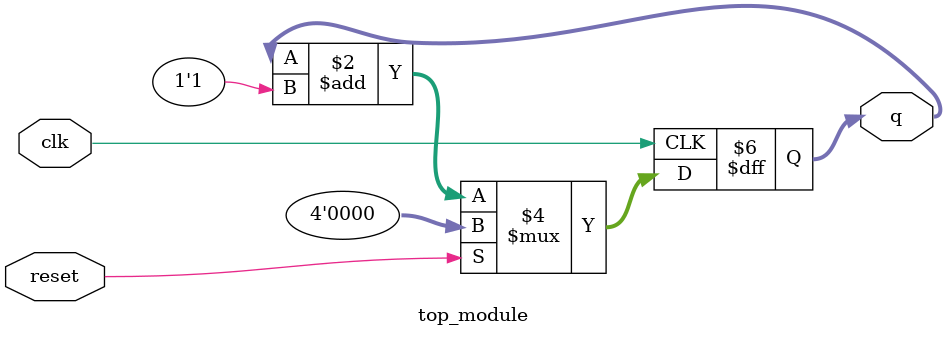
<source format=sv>
module top_module(
    input clk,
    input reset,
    output reg [3:0] q
);

    always @(posedge clk) begin
        if (reset)
            q <= 4'b0000;
        else
            q <= q + 1'b1;
    end

endmodule

</source>
